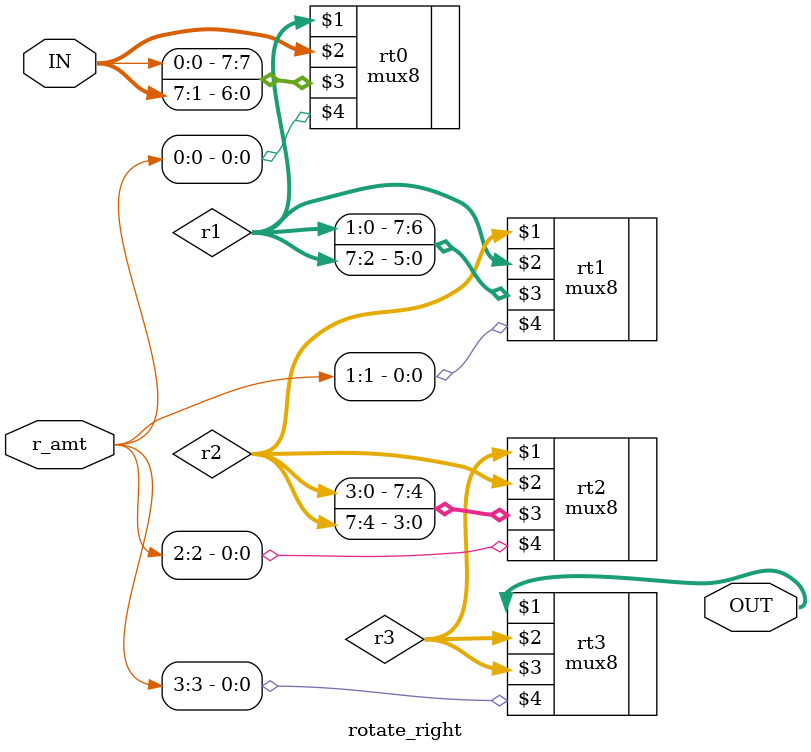
<source format=v>
/*
    CO 224 : Lab 06
    rotate right module
    E/16/069
*/

//`include "mux8.v"


module rotate_right(IN, r_amt, OUT);

    // port declaration
    input [7:0] IN;
    input [7:0] r_amt;
    output [7:0] OUT;

    wire [7:0] r1, r2, r3;


   // rotate by either 0 or 1 bits.
   mux8 rt0( r1, IN, {{IN[0]}, {IN[7:1]}}, r_amt[0]);

   // rotate by either 0 or 2 bits.
   mux8 rt1( r2, r1, {{r1[1:0]}, {r1[7:2]}}, r_amt[1]);

   // rotate by either 0 or 4 bits.
   mux8 rt2( r3, r2, {{r2[3:0]}, {r2[7:4]}}, r_amt[2]);

   // rotate by either 0 or 8 bits.
   mux8 rt3( OUT, r3, {r3[7:0]}, r_amt[3]);

endmodule
</source>
